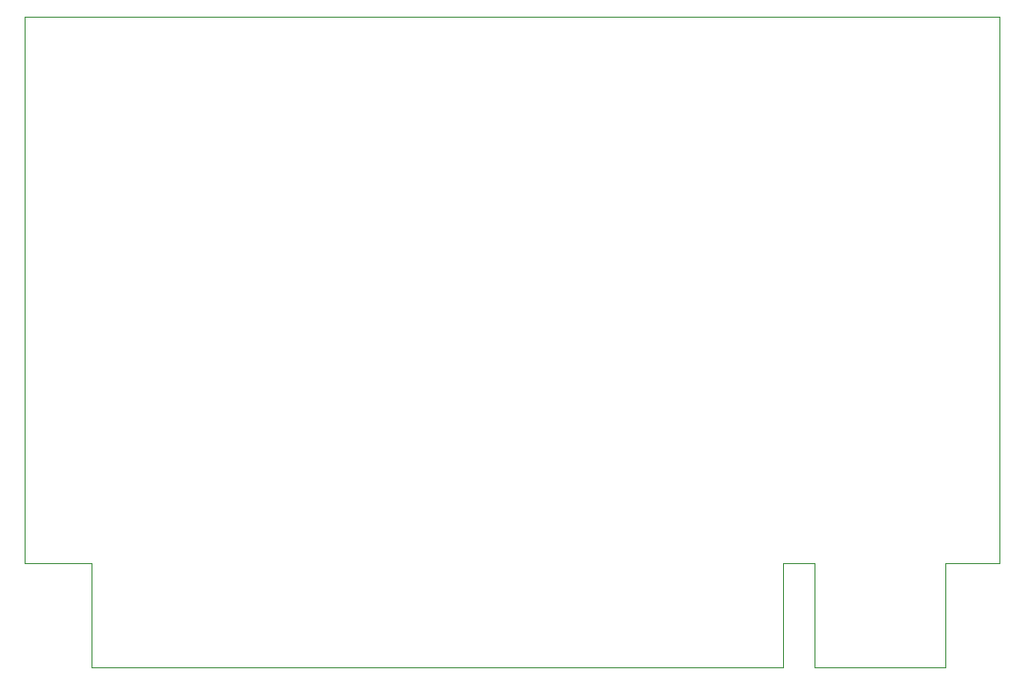
<source format=gbr>
%TF.GenerationSoftware,KiCad,Pcbnew,9.0.0*%
%TF.CreationDate,2025-03-16T01:26:31+03:00*%
%TF.ProjectId,128k_expander,3132386b-5f65-4787-9061-6e6465722e6b,rev?*%
%TF.SameCoordinates,Original*%
%TF.FileFunction,Profile,NP*%
%FSLAX46Y46*%
G04 Gerber Fmt 4.6, Leading zero omitted, Abs format (unit mm)*
G04 Created by KiCad (PCBNEW 9.0.0) date 2025-03-16 01:26:31*
%MOMM*%
%LPD*%
G01*
G04 APERTURE LIST*
%TA.AperFunction,Profile*%
%ADD10C,0.050000*%
%TD*%
%TA.AperFunction,Profile*%
%ADD11C,0.100000*%
%TD*%
G04 APERTURE END LIST*
D10*
X37100000Y-91400000D02*
X121000000Y-91400000D01*
X37100000Y-138446000D02*
X42815000Y-138446000D01*
X37100000Y-138446000D02*
X37100000Y-91400000D01*
X121000000Y-138446000D02*
X116315000Y-138446000D01*
X121000000Y-91400000D02*
X121000000Y-138446000D01*
D11*
%TO.C,J2*%
X42815000Y-147446000D02*
X42815000Y-138446000D01*
X102365000Y-147446000D02*
X42815000Y-147446000D01*
X102365000Y-147446000D02*
X102365000Y-138446000D01*
X105065000Y-138446000D02*
X102365000Y-138446000D01*
X105065000Y-147446000D02*
X105065000Y-138446000D01*
X116315000Y-147446000D02*
X105065000Y-147446000D01*
X116315000Y-147446000D02*
X116315000Y-138446000D01*
%TD*%
M02*

</source>
